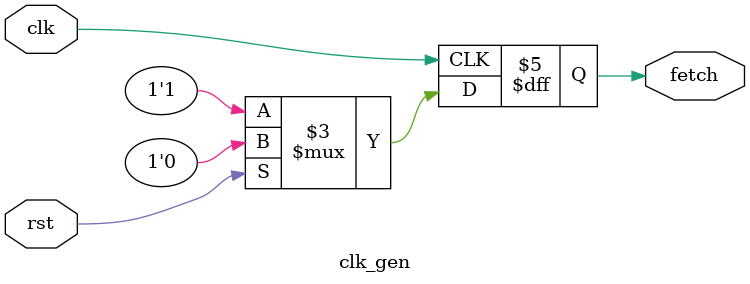
<source format=v>
`timescale 1ns/1ns
module clk_gen(
                input clk,
                input rst,
                output reg fetch);
  
  always@ (posedge clk)
  begin
    if(rst)
      fetch <= 0;
  else
      fetch <= 1;
  end
endmodule


</source>
